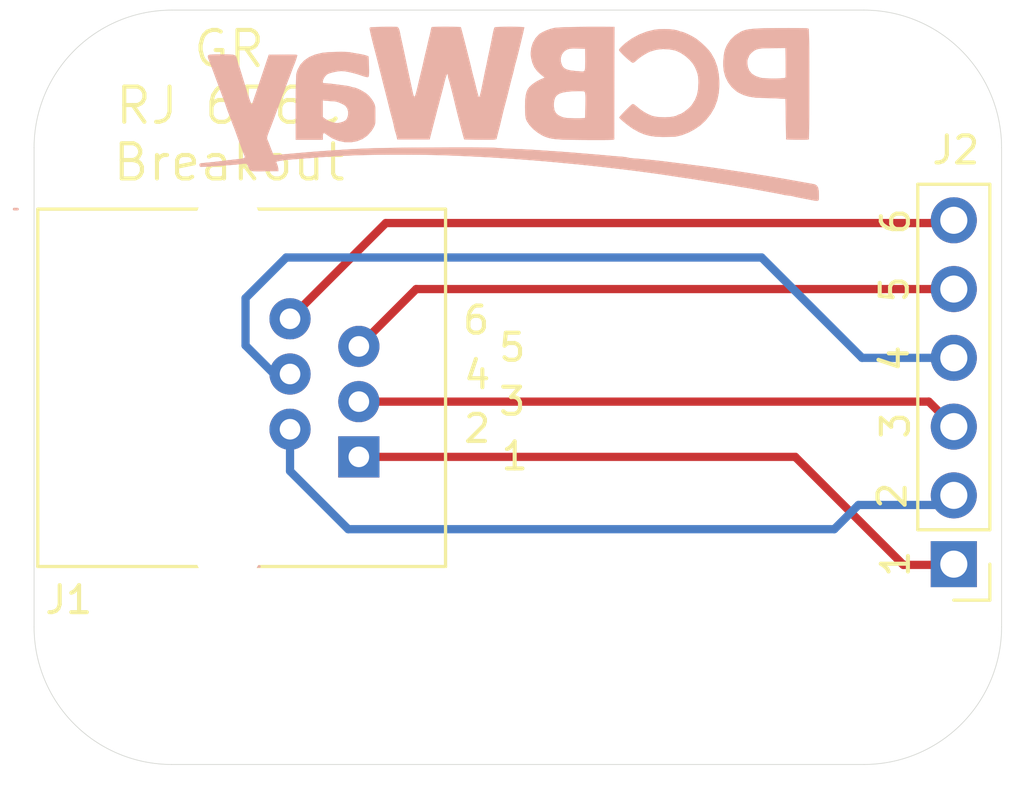
<source format=kicad_pcb>
(kicad_pcb (version 20171130) (host pcbnew "(5.1.2-1)-1")

  (general
    (thickness 1.6)
    (drawings 21)
    (tracks 21)
    (zones 0)
    (modules 3)
    (nets 8)
  )

  (page A4)
  (layers
    (0 F.Cu signal)
    (31 B.Cu signal)
    (32 B.Adhes user hide)
    (33 F.Adhes user hide)
    (34 B.Paste user hide)
    (35 F.Paste user)
    (36 B.SilkS user)
    (37 F.SilkS user)
    (38 B.Mask user hide)
    (39 F.Mask user hide)
    (40 Dwgs.User user hide)
    (41 Cmts.User user hide)
    (42 Eco1.User user hide)
    (43 Eco2.User user hide)
    (44 Edge.Cuts user)
    (45 Margin user hide)
    (46 B.CrtYd user hide)
    (47 F.CrtYd user hide)
    (48 B.Fab user hide)
    (49 F.Fab user hide)
  )

  (setup
    (last_trace_width 0.3048)
    (user_trace_width 0.2032)
    (user_trace_width 0.254)
    (user_trace_width 0.3048)
    (user_trace_width 0.4064)
    (user_trace_width 0.6096)
    (user_trace_width 1.016)
    (trace_clearance 0.2)
    (zone_clearance 0.381)
    (zone_45_only no)
    (trace_min 0.1524)
    (via_size 0.8)
    (via_drill 0.4)
    (via_min_size 0.658)
    (via_min_drill 0.3)
    (uvia_size 0.3)
    (uvia_drill 0.1)
    (uvias_allowed no)
    (uvia_min_size 0.2)
    (uvia_min_drill 0.1)
    (edge_width 0.15)
    (segment_width 0.2)
    (pcb_text_width 0.3)
    (pcb_text_size 1.5 1.5)
    (mod_edge_width 0.15)
    (mod_text_size 0.8 0.8)
    (mod_text_width 0.15)
    (pad_size 3.200001 3.200001)
    (pad_drill 3.200001)
    (pad_to_mask_clearance 0)
    (aux_axis_origin 0 0)
    (grid_origin 88.011 136.271)
    (visible_elements FFFFFF7F)
    (pcbplotparams
      (layerselection 0x010f0_ffffffff)
      (usegerberextensions false)
      (usegerberattributes false)
      (usegerberadvancedattributes false)
      (creategerberjobfile false)
      (excludeedgelayer true)
      (linewidth 0.152400)
      (plotframeref false)
      (viasonmask false)
      (mode 1)
      (useauxorigin false)
      (hpglpennumber 1)
      (hpglpenspeed 20)
      (hpglpendiameter 15.000000)
      (psnegative false)
      (psa4output false)
      (plotreference true)
      (plotvalue false)
      (plotinvisibletext false)
      (padsonsilk false)
      (subtractmaskfromsilk false)
      (outputformat 1)
      (mirror false)
      (drillshape 0)
      (scaleselection 1)
      (outputdirectory "Output/"))
  )

  (net 0 "")
  (net 1 GNDREF)
  (net 2 "Net-(J1-Pad4)")
  (net 3 "Net-(J1-Pad2)")
  (net 4 "Net-(J1-Pad3)")
  (net 5 "Net-(J1-Pad6)")
  (net 6 "Net-(J1-Pad5)")
  (net 7 "Net-(J1-Pad1)")

  (net_class Default "This is the default net class."
    (clearance 0.2)
    (trace_width 0.25)
    (via_dia 0.8)
    (via_drill 0.4)
    (uvia_dia 0.3)
    (uvia_drill 0.1)
    (add_net "Net-(J1-Pad1)")
    (add_net "Net-(J1-Pad2)")
    (add_net "Net-(J1-Pad3)")
    (add_net "Net-(J1-Pad4)")
    (add_net "Net-(J1-Pad5)")
    (add_net "Net-(J1-Pad6)")
  )

  (net_class PWR ""
    (clearance 0.254)
    (trace_width 0.508)
    (via_dia 0.8)
    (via_drill 0.4)
    (uvia_dia 0.3)
    (uvia_drill 0.1)
  )

  (net_class Signals ""
    (clearance 0.254)
    (trace_width 0.4064)
    (via_dia 0.8)
    (via_drill 0.4)
    (uvia_dia 0.3)
    (uvia_drill 0.1)
  )

  (module Connector_RJ:RJ12_Amphenol_54601 (layer B.Cu) (tedit 628589DD) (tstamp 6285D7A6)
    (at 119.0371 85.6234 90)
    (descr "RJ12 connector  https://cdn.amphenol-icc.com/media/wysiwyg/files/drawing/c-bmj-0082.pdf")
    (tags "RJ12 connector")
    (path /6285F0C5)
    (fp_text reference J1 (at -4.6609 -14.7574) (layer F.SilkS)
      (effects (font (size 1 1) (thickness 0.15)))
    )
    (fp_text value RJ_6P6C (at 3.54 -18.3 -90) (layer B.Fab)
      (effects (font (size 1 1) (thickness 0.15)) (justify mirror))
    )
    (fp_text user %R (at 3.16 -7.76 -90) (layer B.Fab)
      (effects (font (size 1 1) (thickness 0.15)) (justify mirror))
    )
    (fp_line (start -3.43 -16.77) (end -3.43 -0.52) (layer B.Fab) (width 0.1))
    (fp_line (start -3.43 1.23) (end 9.77 1.23) (layer B.Fab) (width 0.1))
    (fp_line (start 9.77 1.23) (end 9.77 -16.77) (layer B.Fab) (width 0.1))
    (fp_line (start 9.77 -16.77) (end -3.43 -16.77) (layer B.Fab) (width 0.1))
    (fp_line (start -4.04 1.73) (end 10.38 1.73) (layer B.CrtYd) (width 0.05))
    (fp_line (start 10.38 1.73) (end 10.38 -17.27) (layer B.CrtYd) (width 0.05))
    (fp_line (start 10.38 -17.27) (end -4.04 -17.27) (layer B.CrtYd) (width 0.05))
    (fp_line (start -4.04 -17.27) (end -4.04 1.73) (layer B.CrtYd) (width 0.05))
    (fp_line (start -3.43 -0.85) (end 9.77 -0.85) (layer F.SilkS) (width 0.12))
    (fp_line (start 9.77 -0.85) (end 9.77 -7.79) (layer F.SilkS) (width 0.12))
    (fp_line (start 9.77 -16.65) (end 9.77 -16.77) (layer B.SilkS) (width 0.1))
    (fp_line (start 9.77 -15.9) (end 9.77 -9.99) (layer F.SilkS) (width 0.12))
    (fp_line (start 9.77 -16.76) (end 9.77 -16.77) (layer B.SilkS) (width 0.1))
    (fp_line (start 9.77 -15.9) (end -3.43 -15.9) (layer F.SilkS) (width 0.12))
    (fp_line (start -3.43 -15.9) (end -3.43 -9.99) (layer F.SilkS) (width 0.12))
    (fp_line (start -3.43 -7.72) (end -3.43 -7.79) (layer B.SilkS) (width 0.1))
    (fp_line (start -3.43 -7.79) (end -3.43 -0.85) (layer F.SilkS) (width 0.12))
    (fp_line (start -3.43 -0.52) (end -2.93 -0.02) (layer B.Fab) (width 0.1))
    (fp_line (start -2.93 -0.02) (end -3.43 0.48) (layer B.Fab) (width 0.1))
    (fp_line (start -3.43 0.48) (end -3.43 1.23) (layer B.Fab) (width 0.1))
    (pad 1 thru_hole rect (at 0.62 -4.05 90) (size 1.52 1.52) (drill 0.76) (layers *.Cu *.Mask)
      (net 7 "Net-(J1-Pad1)"))
    (pad "" np_thru_hole circle (at -2.83 -8.89 90) (size 2.5 2.5) (drill 2.5) (layers *.Cu *.Mask))
    (pad 2 thru_hole circle (at 1.64 -6.59 90) (size 1.52 1.52) (drill 0.76) (layers *.Cu *.Mask)
      (net 3 "Net-(J1-Pad2)"))
    (pad 3 thru_hole circle (at 2.66 -4.05 90) (size 1.52 1.52) (drill 0.76) (layers *.Cu *.Mask)
      (net 4 "Net-(J1-Pad3)"))
    (pad 4 thru_hole circle (at 3.68 -6.59 90) (size 1.52 1.52) (drill 0.76) (layers *.Cu *.Mask)
      (net 2 "Net-(J1-Pad4)"))
    (pad 5 thru_hole circle (at 4.7 -4.05 90) (size 1.52 1.52) (drill 0.76) (layers *.Cu *.Mask)
      (net 6 "Net-(J1-Pad5)"))
    (pad 6 thru_hole circle (at 5.72 -6.59 90) (size 1.52 1.52) (drill 0.76) (layers *.Cu *.Mask)
      (net 5 "Net-(J1-Pad6)"))
    (pad "" np_thru_hole circle (at 9.17 -8.89 90) (size 2.5 2.5) (drill 2.5) (layers *.Cu *.Mask))
    (model ${KISYS3DMOD}/Connector_RJ.3dshapes/RJ12_Amphenol_54601.wrl
      (at (xyz 0 0 0))
      (scale (xyz 1 1 1))
      (rotate (xyz 0 0 0))
    )
  )

  (module "_Custom_Footprints:pcb way logo" locked (layer B.Cu) (tedit 0) (tstamp 601A8939)
    (at 120.5357 73.0123 180)
    (fp_text reference G*** (at 0 0) (layer B.SilkS) hide
      (effects (font (size 1.524 1.524) (thickness 0.3)) (justify mirror))
    )
    (fp_text value LOGO (at 0.75 0) (layer B.SilkS) hide
      (effects (font (size 1.524 1.524) (thickness 0.3)) (justify mirror))
    )
    (fp_poly (pts (xy -5.560911 3.803272) (xy -5.401501 3.788201) (xy -5.361481 3.782119) (xy -5.076571 3.712881)
      (xy -4.795154 3.603568) (xy -4.529552 3.460411) (xy -4.292089 3.289645) (xy -4.172403 3.180698)
      (xy -4.104182 3.111351) (xy -4.067054 3.067069) (xy -4.056004 3.037177) (xy -4.066021 3.011004)
      (xy -4.082614 2.98951) (xy -4.145914 2.918544) (xy -4.226202 2.837772) (xy -4.314442 2.755176)
      (xy -4.401595 2.678736) (xy -4.478625 2.616435) (xy -4.536493 2.576255) (xy -4.562821 2.5654)
      (xy -4.611019 2.583036) (xy -4.669978 2.627085) (xy -4.687898 2.644802) (xy -4.765385 2.713937)
      (xy -4.873187 2.793114) (xy -4.995161 2.871822) (xy -5.115163 2.939552) (xy -5.204077 2.980846)
      (xy -5.433434 3.047431) (xy -5.676004 3.074538) (xy -5.9055 3.060961) (xy -6.008013 3.043887)
      (xy -6.095873 3.026926) (xy -6.152947 3.013246) (xy -6.1595 3.01109) (xy -6.334764 2.928043)
      (xy -6.505094 2.813034) (xy -6.658737 2.676321) (xy -6.783938 2.528159) (xy -6.859486 2.4003)
      (xy -6.918748 2.264428) (xy -6.956631 2.151699) (xy -6.977719 2.041597) (xy -6.986598 1.913602)
      (xy -6.987951 1.825497) (xy -6.975849 1.585018) (xy -6.935027 1.377938) (xy -6.862071 1.193607)
      (xy -6.753568 1.021377) (xy -6.714078 0.971088) (xy -6.653022 0.907088) (xy -6.572446 0.836536)
      (xy -6.484014 0.768037) (xy -6.399391 0.710197) (xy -6.33024 0.671621) (xy -6.292974 0.6604)
      (xy -6.243816 0.646042) (xy -6.23443 0.639417) (xy -6.162525 0.601646) (xy -6.051915 0.573469)
      (xy -5.913856 0.555281) (xy -5.759604 0.547474) (xy -5.600413 0.550441) (xy -5.447539 0.564576)
      (xy -5.312237 0.59027) (xy -5.260917 0.605425) (xy -5.107137 0.671914) (xy -4.942548 0.767067)
      (xy -4.78661 0.878755) (xy -4.69571 0.957705) (xy -4.628347 1.011261) (xy -4.571856 1.036723)
      (xy -4.55601 1.037218) (xy -4.52428 1.017224) (xy -4.467719 0.968773) (xy -4.394591 0.900253)
      (xy -4.313161 0.820054) (xy -4.231693 0.736565) (xy -4.158452 0.658174) (xy -4.101702 0.59327)
      (xy -4.069709 0.550244) (xy -4.065589 0.539418) (xy -4.086112 0.510392) (xy -4.139138 0.459079)
      (xy -4.215794 0.392666) (xy -4.307208 0.31834) (xy -4.404508 0.243287) (xy -4.498819 0.174696)
      (xy -4.581271 0.119752) (xy -4.591249 0.113626) (xy -4.791482 0.003248) (xy -4.983731 -0.077389)
      (xy -5.181082 -0.131596) (xy -5.396619 -0.162684) (xy -5.64343 -0.173966) (xy -5.7277 -0.173965)
      (xy -5.862372 -0.172168) (xy -5.983352 -0.169393) (xy -6.07926 -0.165985) (xy -6.138712 -0.162287)
      (xy -6.1468 -0.161319) (xy -6.375963 -0.106574) (xy -6.613318 -0.013754) (xy -6.844756 0.109575)
      (xy -7.056167 0.255847) (xy -7.23344 0.417494) (xy -7.2406 0.425239) (xy -7.431262 0.662584)
      (xy -7.575989 0.91087) (xy -7.676975 1.175961) (xy -7.736416 1.463719) (xy -7.756507 1.78001)
      (xy -7.756496 1.8034) (xy -7.736786 2.124543) (xy -7.679727 2.414522) (xy -7.584026 2.67796)
      (xy -7.448391 2.919476) (xy -7.441557 2.929567) (xy -7.361341 3.030988) (xy -7.252021 3.147527)
      (xy -7.127068 3.266597) (xy -6.999958 3.37561) (xy -6.884164 3.461979) (xy -6.8453 3.486617)
      (xy -6.739634 3.545704) (xy -6.62761 3.602647) (xy -6.520935 3.652104) (xy -6.431316 3.688736)
      (xy -6.370457 3.7072) (xy -6.359195 3.7084) (xy -6.307149 3.719548) (xy -6.279806 3.731066)
      (xy -6.187409 3.762905) (xy -6.057033 3.786728) (xy -5.900965 3.801853) (xy -5.731495 3.807595)
      (xy -5.560911 3.803272)) (layer B.SilkS) (width 0.01))
    (fp_poly (pts (xy 2.532456 3.889832) (xy 2.657716 3.888599) (xy 2.760042 3.886628) (xy 2.830218 3.883908)
      (xy 2.859028 3.880425) (xy 2.859131 3.880335) (xy 2.870932 3.849669) (xy 2.886371 3.786168)
      (xy 2.894808 3.743361) (xy 2.914947 3.643707) (xy 2.937976 3.544555) (xy 2.944905 3.5179)
      (xy 2.967687 3.428532) (xy 2.992133 3.324997) (xy 3.000082 3.2893) (xy 3.021346 3.193811)
      (xy 3.042446 3.102438) (xy 3.0494 3.0734) (xy 3.069674 2.990274) (xy 3.093142 2.894069)
      (xy 3.098966 2.8702) (xy 3.119846 2.781561) (xy 3.144823 2.671285) (xy 3.162504 2.5908)
      (xy 3.186527 2.483626) (xy 3.217016 2.353188) (xy 3.247891 2.225449) (xy 3.251763 2.2098)
      (xy 3.279067 2.09902) (xy 3.304077 1.996127) (xy 3.322385 1.91929) (xy 3.325692 1.905)
      (xy 3.370361 1.711357) (xy 3.405943 1.562349) (xy 3.434031 1.452947) (xy 3.456219 1.378121)
      (xy 3.474099 1.332842) (xy 3.489267 1.312082) (xy 3.503315 1.31081) (xy 3.511903 1.317344)
      (xy 3.532784 1.356941) (xy 3.552951 1.423368) (xy 3.556475 1.439407) (xy 3.566748 1.489444)
      (xy 3.578581 1.54598) (xy 3.59377 1.617408) (xy 3.614111 1.712121) (xy 3.6414 1.838512)
      (xy 3.677433 2.004974) (xy 3.683288 2.032) (xy 3.72666 2.233467) (xy 3.769819 2.436234)
      (xy 3.808996 2.622505) (xy 3.836623 2.7559) (xy 3.852659 2.832388) (xy 3.876453 2.943748)
      (xy 3.904813 3.075248) (xy 3.934547 3.212156) (xy 3.962463 3.339738) (xy 3.985368 3.443262)
      (xy 3.990713 3.4671) (xy 4.010052 3.559329) (xy 4.026819 3.649305) (xy 4.028207 3.6576)
      (xy 4.055076 3.774527) (xy 4.089715 3.85244) (xy 4.129567 3.885945) (xy 4.136931 3.886841)
      (xy 4.345495 3.88905) (xy 4.54253 3.889209) (xy 4.721766 3.88747) (xy 4.876936 3.883988)
      (xy 5.001773 3.878914) (xy 5.090008 3.872402) (xy 5.135374 3.864605) (xy 5.139404 3.862356)
      (xy 5.145247 3.849252) (xy 5.146076 3.823156) (xy 5.140926 3.779807) (xy 5.128834 3.714939)
      (xy 5.108838 3.624291) (xy 5.079975 3.503597) (xy 5.04128 3.348596) (xy 4.991792 3.155022)
      (xy 4.930548 2.918613) (xy 4.898082 2.794) (xy 4.865476 2.667856) (xy 4.83542 2.549524)
      (xy 4.811568 2.453503) (xy 4.798909 2.4003) (xy 4.775787 2.303417) (xy 4.750453 2.204447)
      (xy 4.748478 2.1971) (xy 4.72461 2.105348) (xy 4.702627 2.015622) (xy 4.700529 2.0066)
      (xy 4.684254 1.939014) (xy 4.659926 1.841453) (xy 4.632337 1.733091) (xy 4.627545 1.7145)
      (xy 4.574801 1.509431) (xy 4.526752 1.320887) (xy 4.485181 1.155968) (xy 4.451871 1.021776)
      (xy 4.428604 0.925408) (xy 4.420272 0.889) (xy 4.40403 0.821688) (xy 4.378762 0.72453)
      (xy 4.349429 0.61652) (xy 4.343963 0.5969) (xy 4.313978 0.486584) (xy 4.286853 0.381281)
      (xy 4.267782 0.301257) (xy 4.265814 0.2921) (xy 4.247455 0.204485) (xy 4.230429 0.123255)
      (xy 4.228551 0.1143) (xy 4.209852 0.04085) (xy 4.19199 -0.0127) (xy 4.173206 -0.070618)
      (xy 4.153088 -0.148808) (xy 4.149453 -0.1651) (xy 4.1275 -0.2667) (xy 2.938047 -0.2667)
      (xy 2.893177 -0.0889) (xy 2.868086 0.009446) (xy 2.83473 0.138709) (xy 2.797818 0.280692)
      (xy 2.76824 0.3937) (xy 2.735111 0.520353) (xy 2.704769 0.637322) (xy 2.680656 0.731281)
      (xy 2.666575 0.7874) (xy 2.644522 0.873764) (xy 2.619149 0.967425) (xy 2.6162 0.9779)
      (xy 2.591168 1.069487) (xy 2.568004 1.159124) (xy 2.56572 1.1684) (xy 2.548617 1.235871)
      (xy 2.523171 1.333261) (xy 2.494379 1.441473) (xy 2.489262 1.4605) (xy 2.458044 1.578672)
      (xy 2.427239 1.699113) (xy 2.403136 1.797197) (xy 2.401672 1.8034) (xy 2.366409 1.941706)
      (xy 2.333436 2.049421) (xy 2.304562 2.122787) (xy 2.281593 2.158044) (xy 2.266338 2.151435)
      (xy 2.260605 2.0992) (xy 2.2606 2.096696) (xy 2.250875 2.020759) (xy 2.237845 1.976046)
      (xy 2.216552 1.912822) (xy 2.193209 1.831697) (xy 2.18914 1.8161) (xy 2.164181 1.718938)
      (xy 2.138513 1.619802) (xy 2.136715 1.6129) (xy 2.105263 1.490582) (xy 2.071717 1.357498)
      (xy 2.040364 1.230881) (xy 2.015491 1.127962) (xy 2.00715 1.0922) (xy 1.979587 0.975023)
      (xy 1.9433 0.825859) (xy 1.901119 0.655861) (xy 1.855878 0.476179) (xy 1.810407 0.297964)
      (xy 1.767539 0.132369) (xy 1.730106 -0.009457) (xy 1.700939 -0.116362) (xy 1.694299 -0.1397)
      (xy 1.657617 -0.2667) (xy 1.069491 -0.273519) (xy 0.872546 -0.275198) (xy 0.721329 -0.274957)
      (xy 0.610798 -0.27258) (xy 0.535909 -0.267853) (xy 0.491621 -0.260563) (xy 0.47289 -0.250495)
      (xy 0.471765 -0.248119) (xy 0.460509 -0.205967) (xy 0.442497 -0.134359) (xy 0.431364 -0.0889)
      (xy 0.408486 0.002528) (xy 0.386331 0.086547) (xy 0.378578 0.1143) (xy 0.363845 0.169982)
      (xy 0.341079 0.261377) (xy 0.313671 0.3747) (xy 0.291144 0.4699) (xy 0.259688 0.604058)
      (xy 0.236509 0.70208) (xy 0.218289 0.777292) (xy 0.201711 0.843018) (xy 0.183458 0.912583)
      (xy 0.160214 0.999311) (xy 0.148882 1.0414) (xy 0.117117 1.160106) (xy 0.0908 1.260746)
      (xy 0.064449 1.364659) (xy 0.032584 1.493186) (xy 0.026561 1.51765) (xy 0.001936 1.617732)
      (xy -0.023503 1.721121) (xy -0.026562 1.73355) (xy -0.062832 1.879468) (xy -0.091806 1.99217)
      (xy -0.117699 2.087917) (xy -0.126945 2.1209) (xy -0.151296 2.214274) (xy -0.175148 2.316539)
      (xy -0.179472 2.3368) (xy -0.202089 2.433961) (xy -0.230564 2.541967) (xy -0.240947 2.5781)
      (xy -0.261252 2.650877) (xy -0.288878 2.756031) (xy -0.321933 2.885733) (xy -0.35852 3.032157)
      (xy -0.396745 3.187475) (xy -0.434712 3.343858) (xy -0.470528 3.49348) (xy -0.502296 3.628511)
      (xy -0.528122 3.741125) (xy -0.546111 3.823494) (xy -0.554369 3.86779) (xy -0.554459 3.873179)
      (xy -0.523918 3.878961) (xy -0.45192 3.883555) (xy -0.347737 3.886966) (xy -0.220638 3.889198)
      (xy -0.079893 3.890258) (xy 0.065228 3.890149) (xy 0.205456 3.888878) (xy 0.33152 3.886448)
      (xy 0.434151 3.882866) (xy 0.504078 3.878137) (xy 0.53178 3.87258) (xy 0.547402 3.846288)
      (xy 0.564882 3.793606) (xy 0.585844 3.708127) (xy 0.611912 3.58344) (xy 0.634504 3.4671)
      (xy 0.654403 3.365556) (xy 0.680383 3.237027) (xy 0.708666 3.099806) (xy 0.735475 2.97219)
      (xy 0.757031 2.872473) (xy 0.760377 2.8575) (xy 0.77832 2.774039) (xy 0.799698 2.669324)
      (xy 0.812631 2.6035) (xy 0.832633 2.503627) (xy 0.852741 2.409423) (xy 0.8636 2.3622)
      (xy 0.880611 2.286843) (xy 0.901294 2.187928) (xy 0.914568 2.1209) (xy 0.934794 2.017764)
      (xy 0.955077 1.917249) (xy 0.965565 1.8669) (xy 0.982392 1.78543) (xy 1.003342 1.680704)
      (xy 1.018543 1.60292) (xy 1.040573 1.500504) (xy 1.065117 1.403678) (xy 1.081736 1.34892)
      (xy 1.101631 1.298561) (xy 1.116971 1.287401) (xy 1.133013 1.318881) (xy 1.155009 1.396442)
      (xy 1.155156 1.397) (xy 1.173674 1.466752) (xy 1.195299 1.547245) (xy 1.195882 1.5494)
      (xy 1.218315 1.636652) (xy 1.240966 1.730949) (xy 1.243013 1.7399) (xy 1.260969 1.814112)
      (xy 1.287227 1.916925) (xy 1.316569 2.027975) (xy 1.321081 2.0447) (xy 1.350151 2.155161)
      (xy 1.376501 2.260569) (xy 1.395068 2.340579) (xy 1.396944 2.3495) (xy 1.409668 2.405685)
      (xy 1.43209 2.498761) (xy 1.462353 2.621461) (xy 1.498601 2.766515) (xy 1.538978 2.926655)
      (xy 1.581626 3.094614) (xy 1.624689 3.263123) (xy 1.666311 3.424914) (xy 1.704635 3.572717)
      (xy 1.737804 3.699266) (xy 1.763962 3.797292) (xy 1.781252 3.859527) (xy 1.787604 3.878872)
      (xy 1.815362 3.882449) (xy 1.884695 3.885376) (xy 1.986389 3.887641) (xy 2.111228 3.889232)
      (xy 2.249996 3.890136) (xy 2.393477 3.89034) (xy 2.532456 3.889832)) (layer B.SilkS) (width 0.01))
    (fp_poly (pts (xy -10.126591 3.844228) (xy -9.929313 3.843139) (xy -9.735945 3.841192) (xy -9.553325 3.838394)
      (xy -9.38829 3.834755) (xy -9.247678 3.830284) (xy -9.138327 3.824989) (xy -9.1313 3.824541)
      (xy -8.956587 3.810675) (xy -8.820741 3.793302) (xy -8.711841 3.770008) (xy -8.617965 3.738376)
      (xy -8.5471 3.706161) (xy -8.339348 3.575875) (xy -8.169537 3.411834) (xy -8.037919 3.214314)
      (xy -7.972923 3.067989) (xy -7.940297 2.945556) (xy -7.917438 2.789796) (xy -7.905442 2.617438)
      (xy -7.905406 2.44521) (xy -7.918428 2.289839) (xy -7.920839 2.273633) (xy -7.978841 2.053731)
      (xy -8.078306 1.848794) (xy -8.213134 1.667826) (xy -8.377223 1.519831) (xy -8.473314 1.458208)
      (xy -8.658103 1.371987) (xy -8.859803 1.312819) (xy -9.08855 1.278442) (xy -9.331367 1.266769)
      (xy -9.489371 1.263875) (xy -9.664856 1.258708) (xy -9.831707 1.252114) (xy -9.9187 1.247719)
      (xy -10.1981 1.2319) (xy -10.2235 -0.2667) (xy -10.631411 -0.273655) (xy -10.77054 -0.27497)
      (xy -10.891505 -0.274108) (xy -10.985333 -0.271294) (xy -11.04305 -0.266751) (xy -11.056861 -0.263072)
      (xy -11.059598 -0.235523) (xy -11.062204 -0.161025) (xy -11.064646 -0.04343) (xy -11.066891 0.113411)
      (xy -11.068906 0.305646) (xy -11.070657 0.529424) (xy -11.072113 0.780894) (xy -11.073239 1.056204)
      (xy -11.074003 1.351503) (xy -11.074371 1.662939) (xy -11.0744 1.780735) (xy -11.074244 2.164842)
      (xy -11.074084 2.273478) (xy -10.206686 2.273478) (xy -10.205711 2.153396) (xy -10.203623 2.065736)
      (xy -10.200501 2.018535) (xy -10.19943 2.013607) (xy -10.170509 2.001425) (xy -10.100654 1.991956)
      (xy -9.999658 1.985252) (xy -9.87732 1.981367) (xy -9.743433 1.980352) (xy -9.607793 1.98226)
      (xy -9.480196 1.987143) (xy -9.370437 1.995054) (xy -9.288312 2.006046) (xy -9.275898 2.008657)
      (xy -9.094353 2.069302) (xy -8.955111 2.157988) (xy -8.857953 2.274965) (xy -8.802659 2.420484)
      (xy -8.7884 2.56289) (xy -8.792343 2.646367) (xy -8.802568 2.7078) (xy -8.8138 2.7305)
      (xy -8.835581 2.766536) (xy -8.8392 2.792544) (xy -8.857061 2.834911) (xy -8.902809 2.893041)
      (xy -8.940235 2.930168) (xy -9.005333 2.985814) (xy -9.066813 3.028095) (xy -9.133035 3.058917)
      (xy -9.21236 3.080186) (xy -9.313151 3.093808) (xy -9.443767 3.101691) (xy -9.612571 3.105741)
      (xy -9.7155 3.106939) (xy -10.1981 3.1115) (xy -10.204983 2.578757) (xy -10.20647 2.417944)
      (xy -10.206686 2.273478) (xy -11.074084 2.273478) (xy -11.073747 2.500914) (xy -11.072867 2.791711)
      (xy -11.071559 3.039997) (xy -11.069782 3.248535) (xy -11.067493 3.420088) (xy -11.064649 3.557417)
      (xy -11.061207 3.663286) (xy -11.057123 3.740457) (xy -11.052356 3.791693) (xy -11.046863 3.819757)
      (xy -11.04265 3.827039) (xy -11.009458 3.832215) (xy -10.932311 3.83647) (xy -10.818049 3.839811)
      (xy -10.673508 3.842249) (xy -10.505526 3.843791) (xy -10.320941 3.844448) (xy -10.126591 3.844228)) (layer B.SilkS) (width 0.01))
    (fp_poly (pts (xy -2.826161 3.888604) (xy -2.547899 3.885702) (xy -2.298297 3.881231) (xy -2.081536 3.875271)
      (xy -1.901796 3.867901) (xy -1.76326 3.859201) (xy -1.670106 3.849252) (xy -1.652043 3.846118)
      (xy -1.511814 3.809359) (xy -1.36666 3.756716) (xy -1.233173 3.695249) (xy -1.127946 3.632021)
      (xy -1.102665 3.612326) (xy -0.971639 3.468909) (xy -0.874304 3.295237) (xy -0.814414 3.102098)
      (xy -0.795727 2.90028) (xy -0.808041 2.766075) (xy -0.85569 2.566701) (xy -0.928239 2.401811)
      (xy -1.03359 2.258017) (xy -1.179645 2.121929) (xy -1.19592 2.108919) (xy -1.314522 2.015169)
      (xy -1.149826 1.94342) (xy -0.999404 1.865906) (xy -0.86345 1.773398) (xy -0.754307 1.675281)
      (xy -0.692679 1.595897) (xy -0.643674 1.485989) (xy -0.610219 1.343592) (xy -0.591599 1.163695)
      (xy -0.587101 0.94129) (xy -0.588446 0.8636) (xy -0.592987 0.719002) (xy -0.59942 0.614043)
      (xy -0.609397 0.537564) (xy -0.624572 0.478406) (xy -0.646597 0.425408) (xy -0.656151 0.4064)
      (xy -0.753876 0.260044) (xy -0.889112 0.116632) (xy -1.049198 -0.012941) (xy -1.221469 -0.117778)
      (xy -1.31437 -0.159979) (xy -1.391698 -0.188515) (xy -1.470346 -0.212198) (xy -1.55594 -0.231518)
      (xy -1.654109 -0.246962) (xy -1.770477 -0.259017) (xy -1.910673 -0.268171) (xy -2.080323 -0.274912)
      (xy -2.285053 -0.279728) (xy -2.530491 -0.283105) (xy -2.757815 -0.285084) (xy -2.977534 -0.286331)
      (xy -3.18365 -0.286837) (xy -3.370072 -0.286637) (xy -3.530713 -0.285766) (xy -3.659482 -0.284259)
      (xy -3.750292 -0.28215) (xy -3.797052 -0.279474) (xy -3.799215 -0.279151) (xy -3.8735 -0.266203)
      (xy -3.878041 1.184547) (xy -2.818582 1.184547) (xy -2.817073 1.021154) (xy -2.816858 1.00502)
      (xy -2.814295 0.856885) (xy -2.810974 0.726325) (xy -2.807198 0.621829) (xy -2.803269 0.551884)
      (xy -2.7998 0.525388) (xy -2.771866 0.518289) (xy -2.702553 0.512947) (xy -2.601262 0.509762)
      (xy -2.477397 0.509135) (xy -2.429524 0.509607) (xy -2.265057 0.513623) (xy -2.14102 0.521235)
      (xy -2.047109 0.533535) (xy -1.973015 0.551613) (xy -1.9466 0.560712) (xy -1.812717 0.625543)
      (xy -1.721436 0.707944) (xy -1.66763 0.815751) (xy -1.646173 0.956802) (xy -1.64544 1.021055)
      (xy -1.656934 1.158) (xy -1.689294 1.267668) (xy -1.747132 1.353053) (xy -1.835059 1.417148)
      (xy -1.957686 1.462946) (xy -2.119625 1.493441) (xy -2.325487 1.511627) (xy -2.407225 1.515575)
      (xy -2.557358 1.520242) (xy -2.663947 1.519852) (xy -2.734033 1.51405) (xy -2.774655 1.502482)
      (xy -2.783707 1.496603) (xy -2.797929 1.477928) (xy -2.808051 1.444461) (xy -2.814549 1.389125)
      (xy -2.8179 1.304845) (xy -2.818582 1.184547) (xy -3.878041 1.184547) (xy -3.879999 1.809999)
      (xy -3.88244 2.590112) (xy -2.813181 2.590112) (xy -2.810644 2.467993) (xy -2.805187 2.370719)
      (xy -2.797283 2.309616) (xy -2.79461 2.300304) (xy -2.783084 2.271876) (xy -2.768266 2.252865)
      (xy -2.741647 2.242352) (xy -2.694719 2.239416) (xy -2.618975 2.243138) (xy -2.505906 2.252598)
      (xy -2.422709 2.260096) (xy -2.259121 2.280214) (xy -2.137508 2.309326) (xy -2.049305 2.351297)
      (xy -1.985948 2.409991) (xy -1.945487 2.475399) (xy -1.902792 2.61068) (xy -1.902858 2.746357)
      (xy -1.942613 2.871848) (xy -2.018982 2.976572) (xy -2.109711 3.041016) (xy -2.165453 3.066011)
      (xy -2.221264 3.081986) (xy -2.289857 3.090538) (xy -2.383946 3.093267) (xy -2.513896 3.091816)
      (xy -2.805291 3.0861) (xy -2.812327 2.725754) (xy -2.813181 2.590112) (xy -3.88244 2.590112)
      (xy -3.886497 3.8862) (xy -3.791099 3.887089) (xy -3.451942 3.889377) (xy -3.128903 3.889855)
      (xy -2.826161 3.888604)) (layer B.SilkS) (width 0.01))
    (fp_poly (pts (xy 6.374051 2.963366) (xy 6.534973 2.958054) (xy 6.687105 2.949813) (xy 6.818563 2.938907)
      (xy 6.9088 2.927132) (xy 7.166464 2.864128) (xy 7.386143 2.769718) (xy 7.56685 2.644696)
      (xy 7.707601 2.489858) (xy 7.807409 2.305998) (xy 7.85082 2.167245) (xy 7.856694 2.116434)
      (xy 7.861997 2.019777) (xy 7.866681 1.882223) (xy 7.870695 1.708723) (xy 7.873989 1.504228)
      (xy 7.876515 1.273689) (xy 7.878221 1.022055) (xy 7.879059 0.754277) (xy 7.878978 0.475307)
      (xy 7.877928 0.190094) (xy 7.87586 -0.096411) (xy 7.874744 -0.20955) (xy 7.874 -0.2794)
      (xy 6.8834 -0.2794) (xy 6.881614 -0.18415) (xy 6.875988 -0.087279) (xy 6.859568 -0.037279)
      (xy 6.826213 -0.030437) (xy 6.769778 -0.063037) (xy 6.730917 -0.093022) (xy 6.528512 -0.224926)
      (xy 6.305413 -0.316199) (xy 6.070831 -0.364866) (xy 5.833973 -0.368954) (xy 5.620289 -0.331176)
      (xy 5.41391 -0.248277) (xy 5.235986 -0.123391) (xy 5.087186 0.042941) (xy 5.014508 0.158159)
      (xy 4.984619 0.214355) (xy 4.964065 0.263604) (xy 4.951101 0.317165) (xy 4.943982 0.386294)
      (xy 4.940965 0.482249) (xy 4.940303 0.616287) (xy 4.9403 0.637007) (xy 4.940719 0.754567)
      (xy 5.939747 0.754567) (xy 5.945868 0.621594) (xy 5.949934 0.60325) (xy 5.985283 0.499964)
      (xy 6.038919 0.43254) (xy 6.124436 0.386614) (xy 6.169343 0.371435) (xy 6.275488 0.343441)
      (xy 6.362466 0.335245) (xy 6.453554 0.346858) (xy 6.54929 0.371648) (xy 6.64924 0.40918)
      (xy 6.745627 0.459168) (xy 6.78815 0.488082) (xy 6.8834 0.563069) (xy 6.8834 1.175704)
      (xy 6.67385 1.156668) (xy 6.571854 1.147871) (xy 6.486772 1.141384) (xy 6.433388 1.138311)
      (xy 6.4262 1.138211) (xy 6.363068 1.126765) (xy 6.274708 1.096245) (xy 6.179029 1.054403)
      (xy 6.093942 1.008994) (xy 6.041338 0.971591) (xy 5.972709 0.875821) (xy 5.939747 0.754567)
      (xy 4.940719 0.754567) (xy 4.940799 0.776953) (xy 4.943465 0.877469) (xy 4.950044 0.949922)
      (xy 4.962286 1.00568) (xy 4.98194 1.056111) (xy 5.010753 1.112582) (xy 5.014534 1.119607)
      (xy 5.077448 1.217687) (xy 5.1574 1.318344) (xy 5.205034 1.368558) (xy 5.285856 1.433962)
      (xy 5.389578 1.501342) (xy 5.502645 1.563625) (xy 5.6115 1.613736) (xy 5.702589 1.644604)
      (xy 5.746355 1.651) (xy 5.803451 1.659476) (xy 5.83057 1.67261) (xy 5.865458 1.685566)
      (xy 5.937495 1.701337) (xy 6.033337 1.717163) (xy 6.0706 1.722278) (xy 6.205962 1.739909)
      (xy 6.35533 1.759424) (xy 6.486908 1.776669) (xy 6.4897 1.777036) (xy 6.600417 1.789978)
      (xy 6.704469 1.799414) (xy 6.781362 1.803521) (xy 6.78815 1.803568) (xy 6.851035 1.807548)
      (xy 6.877931 1.826093) (xy 6.8834 1.865449) (xy 6.863629 1.950347) (xy 6.812914 2.041152)
      (xy 6.744146 2.118098) (xy 6.697419 2.150531) (xy 6.612845 2.183516) (xy 6.497012 2.21509)
      (xy 6.369385 2.241073) (xy 6.249429 2.257284) (xy 6.184899 2.2606) (xy 6.081305 2.252234)
      (xy 5.945471 2.229454) (xy 5.792701 2.195742) (xy 5.6383 2.154581) (xy 5.497572 2.109451)
      (xy 5.461 2.095925) (xy 5.373424 2.066142) (xy 5.290712 2.044044) (xy 5.267809 2.039656)
      (xy 5.216272 2.035367) (xy 5.191528 2.052825) (xy 5.179982 2.104872) (xy 5.177551 2.124899)
      (xy 5.174134 2.190438) (xy 5.173761 2.291548) (xy 5.176326 2.413097) (xy 5.180242 2.511177)
      (xy 5.1943 2.799853) (xy 5.2832 2.832329) (xy 5.353341 2.852546) (xy 5.452663 2.874639)
      (xy 5.559974 2.893905) (xy 5.5626 2.894313) (xy 5.677861 2.913091) (xy 5.793439 2.93341)
      (xy 5.8801 2.950033) (xy 5.957361 2.959082) (xy 6.073362 2.964145) (xy 6.216219 2.965484)
      (xy 6.374051 2.963366)) (layer B.SilkS) (width 0.01))
    (fp_poly (pts (xy 10.941751 2.86953) (xy 11.034044 2.863302) (xy 11.090937 2.848355) (xy 11.117548 2.821094)
      (xy 11.118996 2.777928) (xy 11.1004 2.715261) (xy 11.06688 2.629502) (xy 11.046612 2.5781)
      (xy 11.003013 2.464628) (xy 10.960072 2.350996) (xy 10.926076 2.259161) (xy 10.922 2.2479)
      (xy 10.890423 2.161388) (xy 10.849025 2.049481) (xy 10.805991 1.934288) (xy 10.799753 1.9177)
      (xy 10.752167 1.790368) (xy 10.700245 1.650019) (xy 10.655045 1.526542) (xy 10.654122 1.524)
      (xy 10.616622 1.421965) (xy 10.581593 1.328856) (xy 10.555917 1.262934) (xy 10.553619 1.2573)
      (xy 10.530664 1.197148) (xy 10.498007 1.106187) (xy 10.461877 1.001846) (xy 10.453769 0.9779)
      (xy 10.416205 0.867189) (xy 10.388152 0.787235) (xy 10.363191 0.720559) (xy 10.3349 0.649682)
      (xy 10.318485 0.6096) (xy 10.294763 0.548093) (xy 10.263994 0.46356) (xy 10.248367 0.4191)
      (xy 10.216029 0.328884) (xy 10.184411 0.245514) (xy 10.172459 0.2159) (xy 10.13949 0.133185)
      (xy 10.113576 0.0635) (xy 10.060957 -0.083985) (xy 10.005294 -0.238058) (xy 9.949596 -0.3906)
      (xy 9.896869 -0.533493) (xy 9.850123 -0.658618) (xy 9.812364 -0.757855) (xy 9.786601 -0.823087)
      (xy 9.777295 -0.844205) (xy 9.754822 -0.894763) (xy 9.754404 -0.931413) (xy 9.782027 -0.957549)
      (xy 9.843676 -0.976565) (xy 9.945338 -0.991853) (xy 10.0584 -1.003577) (xy 10.154068 -1.013432)
      (xy 10.28116 -1.027601) (xy 10.420715 -1.043932) (xy 10.5156 -1.055489) (xy 10.689517 -1.076871)
      (xy 10.82766 -1.093239) (xy 10.944623 -1.106176) (xy 11.055002 -1.117266) (xy 11.173393 -1.12809)
      (xy 11.233149 -1.133294) (xy 11.332288 -1.142985) (xy 11.391112 -1.153508) (xy 11.420014 -1.168775)
      (xy 11.429385 -1.1927) (xy 11.429999 -1.207411) (xy 11.415964 -1.258174) (xy 11.394359 -1.278241)
      (xy 11.36101 -1.279792) (xy 11.2848 -1.277645) (xy 11.173489 -1.272337) (xy 11.03484 -1.264408)
      (xy 10.876613 -1.254396) (xy 10.706569 -1.24284) (xy 10.532471 -1.230279) (xy 10.36208 -1.217251)
      (xy 10.203156 -1.204296) (xy 10.063462 -1.191951) (xy 9.950758 -1.180756) (xy 9.8933 -1.174049)
      (xy 9.80487 -1.164727) (xy 9.733206 -1.160864) (xy 9.701121 -1.162365) (xy 9.670543 -1.189154)
      (xy 9.635625 -1.249055) (xy 9.616279 -1.295641) (xy 9.597266 -1.345398) (xy 9.576233 -1.383223)
      (xy 9.546533 -1.410619) (xy 9.501522 -1.429087) (xy 9.434553 -1.440129) (xy 9.338983 -1.445248)
      (xy 9.208164 -1.445945) (xy 9.035453 -1.443723) (xy 8.9662 -1.442572) (xy 8.5217 -1.4351)
      (xy 8.526639 -1.345472) (xy 8.541657 -1.259388) (xy 8.569789 -1.182194) (xy 8.59313 -1.126869)
      (xy 8.597948 -1.092496) (xy 8.597406 -1.091402) (xy 8.566632 -1.078136) (xy 8.494993 -1.062243)
      (xy 8.392259 -1.045187) (xy 8.268202 -1.028429) (xy 8.132591 -1.013435) (xy 8.001 -1.002085)
      (xy 7.880738 -0.993106) (xy 7.732557 -0.981733) (xy 7.579169 -0.969721) (xy 7.493 -0.96285)
      (xy 7.010429 -0.925824) (xy 6.563164 -0.89557) (xy 6.138348 -0.871582) (xy 5.723121 -0.853352)
      (xy 5.304626 -0.840373) (xy 4.870005 -0.832137) (xy 4.406399 -0.828138) (xy 4.064 -0.827582)
      (xy 3.70564 -0.828459) (xy 3.376837 -0.830693) (xy 3.068014 -0.834549) (xy 2.769592 -0.840297)
      (xy 2.471992 -0.848203) (xy 2.165636 -0.858535) (xy 1.840947 -0.871562) (xy 1.488346 -0.88755)
      (xy 1.098255 -0.906768) (xy 0.9398 -0.91489) (xy 0.623408 -0.932526) (xy 0.274421 -0.954221)
      (xy -0.095155 -0.979089) (xy -0.473314 -1.006244) (xy -0.84805 -1.034797) (xy -1.207356 -1.063862)
      (xy -1.539228 -1.092553) (xy -1.8161 -1.118453) (xy -1.964562 -1.132806) (xy -2.127038 -1.148199)
      (xy -2.277416 -1.16217) (xy -2.3368 -1.167572) (xy -2.514025 -1.184428) (xy -2.732042 -1.206598)
      (xy -2.981247 -1.232996) (xy -3.252037 -1.262535) (xy -3.534808 -1.294128) (xy -3.819957 -1.326689)
      (xy -4.097881 -1.35913) (xy -4.358976 -1.390366) (xy -4.593638 -1.419309) (xy -4.792265 -1.444872)
      (xy -4.81965 -1.448522) (xy -4.948405 -1.465751) (xy -5.091174 -1.484818) (xy -5.18795 -1.49772)
      (xy -5.472592 -1.536675) (xy -5.742159 -1.575588) (xy -5.8928 -1.598426) (xy -6.103288 -1.630921)
      (xy -6.273467 -1.656851) (xy -6.413186 -1.677699) (xy -6.532297 -1.694942) (xy -6.5786 -1.701473)
      (xy -6.700755 -1.719395) (xy -6.834931 -1.740296) (xy -6.9088 -1.752401) (xy -7.02736 -1.771951)
      (xy -7.154652 -1.792293) (xy -7.2263 -1.8034) (xy -7.344215 -1.821722) (xy -7.472588 -1.842243)
      (xy -7.5311 -1.851822) (xy -7.625804 -1.867225) (xy -7.749763 -1.886994) (xy -7.882022 -1.907799)
      (xy -7.9375 -1.91643) (xy -8.076352 -1.938647) (xy -8.225299 -1.963595) (xy -8.358626 -1.986937)
      (xy -8.396499 -1.99386) (xy -8.503232 -2.013103) (xy -8.599587 -2.029466) (xy -8.667548 -2.03991)
      (xy -8.675899 -2.040991) (xy -8.713272 -2.046171) (xy -8.766917 -2.054833) (xy -8.843103 -2.068099)
      (xy -8.948101 -2.087093) (xy -9.088178 -2.112939) (xy -9.269605 -2.146759) (xy -9.3472 -2.161281)
      (xy -9.460378 -2.182322) (xy -9.582291 -2.20476) (xy -9.6266 -2.212846) (xy -9.78495 -2.241744)
      (xy -9.902302 -2.263488) (xy -9.987668 -2.279849) (xy -10.050061 -2.292596) (xy -10.098493 -2.3035)
      (xy -10.137547 -2.313188) (xy -10.222708 -2.329583) (xy -10.302451 -2.336785) (xy -10.305207 -2.3368)
      (xy -10.389259 -2.344859) (xy -10.45466 -2.359459) (xy -10.522408 -2.377393) (xy -10.614094 -2.398167)
      (xy -10.668 -2.409133) (xy -10.754195 -2.425812) (xy -10.871623 -2.448549) (xy -11.001646 -2.473736)
      (xy -11.075636 -2.488073) (xy -11.215799 -2.515642) (xy -11.31334 -2.532315) (xy -11.375922 -2.534407)
      (xy -11.411207 -2.518235) (xy -11.426859 -2.480114) (xy -11.430538 -2.41636) (xy -11.429913 -2.32329)
      (xy -11.429906 -2.31775) (xy -11.422505 -2.162627) (xy -11.398697 -2.050643) (xy -11.35584 -1.976033)
      (xy -11.291294 -1.933037) (xy -11.248185 -1.921243) (xy -11.173025 -1.907653) (xy -11.076152 -1.890428)
      (xy -11.0236 -1.881187) (xy -10.912621 -1.861549) (xy -10.790409 -1.839613) (xy -10.73785 -1.830069)
      (xy -10.519036 -1.79046) (xy -10.293835 -1.750321) (xy -10.07161 -1.711273) (xy -9.861723 -1.674935)
      (xy -9.673534 -1.642929) (xy -9.516406 -1.616876) (xy -9.399701 -1.598394) (xy -9.398 -1.598137)
      (xy -9.279182 -1.579733) (xy -9.151668 -1.559339) (xy -9.0805 -1.547618) (xy -8.848233 -1.510123)
      (xy -8.590469 -1.470995) (xy -8.4328 -1.448164) (xy -8.310512 -1.430283) (xy -8.176216 -1.409896)
      (xy -8.1026 -1.398354) (xy -7.984204 -1.379923) (xy -7.850051 -1.359726) (xy -7.7597 -1.346534)
      (xy -7.63307 -1.328344) (xy -7.493061 -1.308145) (xy -7.4041 -1.295261) (xy -7.2849 -1.27858)
      (xy -7.146108 -1.260064) (xy -7.0231 -1.244389) (xy -6.891528 -1.227993) (xy -6.7471 -1.209736)
      (xy -6.6294 -1.194644) (xy -6.504381 -1.178577) (xy -6.360295 -1.160258) (xy -6.22935 -1.143779)
      (xy -6.092834 -1.126668) (xy -5.94003 -1.107434) (xy -5.81025 -1.091028) (xy -5.611587 -1.066931)
      (xy -5.399058 -1.043047) (xy -5.18541 -1.020659) (xy -4.983395 -1.001055) (xy -4.805763 -0.985521)
      (xy -4.665262 -0.975343) (xy -4.6609 -0.975084) (xy -4.552447 -0.966681) (xy -4.458922 -0.955795)
      (xy -4.395258 -0.944304) (xy -4.3815 -0.939959) (xy -4.333971 -0.928502) (xy -4.250626 -0.916483)
      (xy -4.146384 -0.905899) (xy -4.1021 -0.90251) (xy -3.967084 -0.892391) (xy -3.809864 -0.879425)
      (xy -3.658769 -0.865973) (xy -3.6195 -0.862256) (xy -3.485673 -0.849858) (xy -3.324313 -0.835644)
      (xy -3.158541 -0.821621) (xy -3.048 -0.812655) (xy -2.887342 -0.799751) (xy -2.708169 -0.785069)
      (xy -2.53639 -0.770746) (xy -2.4384 -0.762418) (xy -2.303186 -0.751343) (xy -2.136186 -0.73848)
      (xy -1.956314 -0.725246) (xy -1.782484 -0.713054) (xy -1.7399 -0.710182) (xy -1.564178 -0.698399)
      (xy -1.371013 -0.685368) (xy -1.181737 -0.672531) (xy -1.017682 -0.661333) (xy -0.9906 -0.659474)
      (xy -0.831218 -0.649552) (xy -0.643355 -0.639458) (xy -0.449316 -0.63031) (xy -0.271404 -0.623222)
      (xy -0.254 -0.622624) (xy -0.082693 -0.615607) (xy 0.103789 -0.605934) (xy 0.284472 -0.594807)
      (xy 0.438378 -0.583429) (xy 0.4572 -0.581832) (xy 0.558902 -0.575794) (xy 0.711224 -0.570909)
      (xy 0.913997 -0.567179) (xy 1.167054 -0.564605) (xy 1.470227 -0.563187) (xy 1.823348 -0.562927)
      (xy 2.226249 -0.563826) (xy 2.678763 -0.565884) (xy 2.8194 -0.566699) (xy 3.244497 -0.569491)
      (xy 3.624182 -0.572519) (xy 3.963842 -0.575927) (xy 4.268864 -0.579858) (xy 4.544637 -0.584457)
      (xy 4.796546 -0.589867) (xy 5.029981 -0.596232) (xy 5.250328 -0.603696) (xy 5.462974 -0.612402)
      (xy 5.673308 -0.622495) (xy 5.886716 -0.634118) (xy 6.108586 -0.647415) (xy 6.2992 -0.659576)
      (xy 6.544222 -0.675725) (xy 6.760931 -0.690472) (xy 6.959533 -0.704625) (xy 7.150233 -0.718991)
      (xy 7.343241 -0.734378) (xy 7.548761 -0.751594) (xy 7.777001 -0.771447) (xy 8.038167 -0.794743)
      (xy 8.255 -0.814346) (xy 8.412969 -0.828557) (xy 8.527733 -0.838136) (xy 8.606675 -0.843058)
      (xy 8.65718 -0.843297) (xy 8.686633 -0.83883) (xy 8.702418 -0.829631) (xy 8.711919 -0.815675)
      (xy 8.713456 -0.8128) (xy 8.731032 -0.772796) (xy 8.760765 -0.698334) (xy 8.797412 -0.602683)
      (xy 8.813821 -0.5588) (xy 8.852285 -0.457189) (xy 8.886587 -0.370198) (xy 8.911262 -0.311548)
      (xy 8.917372 -0.298794) (xy 8.933576 -0.262712) (xy 8.940378 -0.225145) (xy 8.935878 -0.177617)
      (xy 8.918179 -0.111648) (xy 8.885381 -0.018762) (xy 8.835587 0.109521) (xy 8.813494 0.1651)
      (xy 8.78775 0.231507) (xy 8.748976 0.333767) (xy 8.701601 0.460031) (xy 8.650052 0.598447)
      (xy 8.598756 0.737162) (xy 8.552143 0.864327) (xy 8.547783 0.8763) (xy 8.512579 0.972337)
      (xy 8.46743 1.094461) (xy 8.415499 1.234222) (xy 8.359952 1.38317) (xy 8.303953 1.532857)
      (xy 8.250667 1.674831) (xy 8.203258 1.800644) (xy 8.164892 1.901845) (xy 8.138732 1.969985)
      (xy 8.129203 1.9939) (xy 8.10913 2.044316) (xy 8.079028 2.123562) (xy 8.0518 2.1971)
      (xy 8.010221 2.310243) (xy 7.980629 2.389119) (xy 7.957808 2.447263) (xy 7.936543 2.49821)
      (xy 7.929477 2.5146) (xy 7.902851 2.582545) (xy 7.873575 2.666703) (xy 7.847018 2.750326)
      (xy 7.828547 2.816664) (xy 7.8232 2.846203) (xy 7.848086 2.854948) (xy 7.92081 2.861165)
      (xy 8.038467 2.864755) (xy 8.19815 2.865617) (xy 8.347393 2.864366) (xy 8.871586 2.8575)
      (xy 9.118463 2.1209) (xy 9.180564 1.935835) (xy 9.237928 1.76532) (xy 9.288441 1.615596)
      (xy 9.329995 1.492905) (xy 9.360477 1.403488) (xy 9.377777 1.353585) (xy 9.380488 1.3462)
      (xy 9.396405 1.301406) (xy 9.420854 1.227703) (xy 9.437968 1.174365) (xy 9.464605 1.098384)
      (xy 9.488255 1.044701) (xy 9.499426 1.028808) (xy 9.51083 1.033261) (xy 9.527373 1.060235)
      (xy 9.550191 1.113073) (xy 9.580419 1.195115) (xy 9.619192 1.309702) (xy 9.667646 1.460177)
      (xy 9.726917 1.64988) (xy 9.798139 1.882153) (xy 9.87054 2.1209) (xy 9.907529 2.242238)
      (xy 9.940803 2.349402) (xy 9.966793 2.431025) (xy 9.981929 2.475741) (xy 9.982219 2.4765)
      (xy 10.001098 2.531929) (xy 10.025215 2.610725) (xy 10.034115 2.6416) (xy 10.055404 2.717587)
      (xy 10.075167 2.774588) (xy 10.100501 2.815326) (xy 10.138501 2.84252) (xy 10.196264 2.858889)
      (xy 10.280884 2.867154) (xy 10.399458 2.870035) (xy 10.559082 2.870251) (xy 10.630485 2.8702)
      (xy 10.808938 2.870632) (xy 10.941751 2.86953)) (layer B.SilkS) (width 0.01))
  )

  (module Connector_PinHeader_2.54mm:PinHeader_1x06_P2.54mm_Vertical (layer F.Cu) (tedit 59FED5CC) (tstamp 628563B5)
    (at 136.94664 88.96604 180)
    (descr "Through hole straight pin header, 1x06, 2.54mm pitch, single row")
    (tags "Through hole pin header THT 1x06 2.54mm single row")
    (path /6285FDDA)
    (fp_text reference J2 (at -0.0762 15.2908) (layer F.SilkS)
      (effects (font (size 1 1) (thickness 0.15)))
    )
    (fp_text value Conn_01x06 (at 0 15.03) (layer F.Fab)
      (effects (font (size 1 1) (thickness 0.15)))
    )
    (fp_line (start -0.635 -1.27) (end 1.27 -1.27) (layer F.Fab) (width 0.1))
    (fp_line (start 1.27 -1.27) (end 1.27 13.97) (layer F.Fab) (width 0.1))
    (fp_line (start 1.27 13.97) (end -1.27 13.97) (layer F.Fab) (width 0.1))
    (fp_line (start -1.27 13.97) (end -1.27 -0.635) (layer F.Fab) (width 0.1))
    (fp_line (start -1.27 -0.635) (end -0.635 -1.27) (layer F.Fab) (width 0.1))
    (fp_line (start -1.33 14.03) (end 1.33 14.03) (layer F.SilkS) (width 0.12))
    (fp_line (start -1.33 1.27) (end -1.33 14.03) (layer F.SilkS) (width 0.12))
    (fp_line (start 1.33 1.27) (end 1.33 14.03) (layer F.SilkS) (width 0.12))
    (fp_line (start -1.33 1.27) (end 1.33 1.27) (layer F.SilkS) (width 0.12))
    (fp_line (start -1.33 0) (end -1.33 -1.33) (layer F.SilkS) (width 0.12))
    (fp_line (start -1.33 -1.33) (end 0 -1.33) (layer F.SilkS) (width 0.12))
    (fp_line (start -1.8 -1.8) (end -1.8 14.5) (layer F.CrtYd) (width 0.05))
    (fp_line (start -1.8 14.5) (end 1.8 14.5) (layer F.CrtYd) (width 0.05))
    (fp_line (start 1.8 14.5) (end 1.8 -1.8) (layer F.CrtYd) (width 0.05))
    (fp_line (start 1.8 -1.8) (end -1.8 -1.8) (layer F.CrtYd) (width 0.05))
    (fp_text user %R (at 0 6.35 90) (layer F.Fab)
      (effects (font (size 1 1) (thickness 0.15)))
    )
    (pad 1 thru_hole rect (at 0 0 180) (size 1.7 1.7) (drill 1) (layers *.Cu *.Mask)
      (net 7 "Net-(J1-Pad1)"))
    (pad 2 thru_hole oval (at 0 2.54 180) (size 1.7 1.7) (drill 1) (layers *.Cu *.Mask)
      (net 3 "Net-(J1-Pad2)"))
    (pad 3 thru_hole oval (at 0 5.08 180) (size 1.7 1.7) (drill 1) (layers *.Cu *.Mask)
      (net 4 "Net-(J1-Pad3)"))
    (pad 4 thru_hole oval (at 0 7.62 180) (size 1.7 1.7) (drill 1) (layers *.Cu *.Mask)
      (net 2 "Net-(J1-Pad4)"))
    (pad 5 thru_hole oval (at 0 10.16 180) (size 1.7 1.7) (drill 1) (layers *.Cu *.Mask)
      (net 6 "Net-(J1-Pad5)"))
    (pad 6 thru_hole oval (at 0 12.7 180) (size 1.7 1.7) (drill 1) (layers *.Cu *.Mask)
      (net 5 "Net-(J1-Pad6)"))
    (model ${KISYS3DMOD}/Connector_PinHeader_2.54mm.3dshapes/PinHeader_1x06_P2.54mm_Vertical.wrl
      (at (xyz 0 0 0))
      (scale (xyz 1 1 1))
      (rotate (xyz 0 0 0))
    )
  )

  (gr_text 6 (at 119.3165 79.9592) (layer F.SilkS) (tstamp 62857CFF)
    (effects (font (size 1 1) (thickness 0.15)))
  )
  (gr_text 5 (at 120.65 80.9625) (layer F.SilkS) (tstamp 62857CF9)
    (effects (font (size 1 1) (thickness 0.15)))
  )
  (gr_text 4 (at 119.3546 81.9785) (layer F.SilkS) (tstamp 62857CF3)
    (effects (font (size 1 1) (thickness 0.15)))
  )
  (gr_text 3 (at 120.65 82.9564) (layer F.SilkS) (tstamp 62857CED)
    (effects (font (size 1 1) (thickness 0.15)))
  )
  (gr_text 2 (at 119.3546 83.9597) (layer F.SilkS) (tstamp 62857CE7)
    (effects (font (size 1 1) (thickness 0.15)))
  )
  (gr_text 1 (at 120.7389 84.9757) (layer F.SilkS) (tstamp 62857CE1)
    (effects (font (size 1 1) (thickness 0.15)))
  )
  (gr_text 6 (at 134.7978 76.30668 90) (layer F.SilkS) (tstamp 62857CDD)
    (effects (font (size 1 1) (thickness 0.15)))
  )
  (gr_text 5 (at 134.75716 78.8162 90) (layer F.SilkS) (tstamp 62857CDA)
    (effects (font (size 1 1) (thickness 0.15)))
  )
  (gr_text 4 (at 134.75716 81.37144 90) (layer F.SilkS) (tstamp 62857CD7)
    (effects (font (size 1 1) (thickness 0.15)))
  )
  (gr_text 3 (at 134.7978 83.8454 90) (layer F.SilkS) (tstamp 62857CD4)
    (effects (font (size 1 1) (thickness 0.15)))
  )
  (gr_text 2 (at 134.67588 86.4362 90) (layer F.SilkS) (tstamp 62857CD1)
    (effects (font (size 1 1) (thickness 0.15)))
  )
  (gr_text 1 (at 134.7978 88.9508 90) (layer F.SilkS) (tstamp 62214091)
    (effects (font (size 1 1) (thickness 0.15)))
  )
  (gr_arc (start 108.08 91.284) (end 103 91.284) (angle -90) (layer Edge.Cuts) (width 0.0254))
  (gr_text "GR\nRJ 6P6C\nBreakout" (at 110.1979 72.0344) (layer F.SilkS) (tstamp 5D561778)
    (effects (font (size 1.3 1.3) (thickness 0.15)))
  )
  (gr_arc (start 133.63 91.284) (end 133.63 96.364) (angle -90) (layer Edge.Cuts) (width 0.0254) (tstamp 5DB0800D))
  (gr_arc (start 133.6294 73.5838) (end 138.7094 73.5838) (angle -90) (layer Edge.Cuts) (width 0.0254) (tstamp 61116028))
  (gr_arc (start 108.08 73.5838) (end 108.08 68.5038) (angle -90) (layer Edge.Cuts) (width 0.0254) (tstamp 6111603E))
  (gr_line (start 103 91.284) (end 103 73.5838) (layer Edge.Cuts) (width 0.0254))
  (gr_line (start 133.6294 96.364) (end 108.08 96.364) (layer Edge.Cuts) (width 0.0254))
  (gr_line (start 138.71 73.5838) (end 138.71 91.284) (layer Edge.Cuts) (width 0.0254))
  (gr_line (start 108.08 68.5038) (end 133.63 68.5038) (layer Edge.Cuts) (width 0.0254) (tstamp 61116030))

  (segment (start 133.55828 81.34604) (end 136.94664 81.34604) (width 0.3048) (layer B.Cu) (net 2))
  (segment (start 110.80496 79.14132) (end 112.305764 77.640516) (width 0.3048) (layer B.Cu) (net 2))
  (segment (start 129.852756 77.640516) (end 133.55828 81.34604) (width 0.3048) (layer B.Cu) (net 2))
  (segment (start 112.305764 77.640516) (end 129.852756 77.640516) (width 0.3048) (layer B.Cu) (net 2))
  (segment (start 111.85952 81.9434) (end 110.80496 80.88884) (width 0.3048) (layer B.Cu) (net 2))
  (segment (start 110.80496 80.88884) (end 110.80496 79.14132) (width 0.3048) (layer B.Cu) (net 2))
  (segment (start 112.4471 81.9434) (end 111.85952 81.9434) (width 0.3048) (layer B.Cu) (net 2))
  (segment (start 112.4471 83.9834) (end 112.4471 85.52818) (width 0.3048) (layer B.Cu) (net 3))
  (segment (start 112.4471 85.52818) (end 114.593784 87.674864) (width 0.3048) (layer B.Cu) (net 3))
  (segment (start 114.593784 87.674864) (end 132.533479 87.674864) (width 0.3048) (layer B.Cu) (net 3))
  (segment (start 133.427652 86.780691) (end 136.731738 86.780691) (width 0.3048) (layer B.Cu) (net 3))
  (segment (start 132.533479 87.674864) (end 133.427652 86.780691) (width 0.3048) (layer B.Cu) (net 3))
  (segment (start 136.024 82.9634) (end 136.94664 83.88604) (width 0.3048) (layer F.Cu) (net 4))
  (segment (start 114.9871 82.9634) (end 136.024 82.9634) (width 0.3048) (layer F.Cu) (net 4))
  (segment (start 115.982341 76.368159) (end 137.166531 76.368159) (width 0.3048) (layer F.Cu) (net 5))
  (segment (start 112.4471 79.9034) (end 115.982341 76.368159) (width 0.3048) (layer F.Cu) (net 5))
  (segment (start 117.10446 78.80604) (end 136.94664 78.80604) (width 0.3048) (layer F.Cu) (net 6))
  (segment (start 114.9871 80.9234) (end 117.10446 78.80604) (width 0.3048) (layer F.Cu) (net 6))
  (segment (start 114.9871 85.0034) (end 131.09424 85.0034) (width 0.3048) (layer F.Cu) (net 7))
  (segment (start 135.082959 88.992119) (end 136.741134 88.992119) (width 0.3048) (layer F.Cu) (net 7))
  (segment (start 131.09424 85.0034) (end 135.082959 88.992119) (width 0.3048) (layer F.Cu) (net 7))

  (zone (net 1) (net_name GNDREF) (layer F.Cu) (tstamp 60B6E47A) (hatch edge 0.508)
    (connect_pads (clearance 0.254))
    (min_thickness 0.2032)
    (fill yes (arc_segments 32) (thermal_gap 0.508) (thermal_bridge_width 0.4064))
    (polygon
      (pts
        (xy 102.035129 68.256839) (xy 138.870383 68.304302) (xy 139.105026 97.106524) (xy 102.282472 96.944761)
      )
    )
  )
  (zone (net 1) (net_name GNDREF) (layer B.Cu) (tstamp 60B6E477) (hatch edge 0.508)
    (connect_pads (clearance 0.508))
    (min_thickness 0.2032)
    (fill yes (arc_segments 32) (thermal_gap 0.762) (thermal_bridge_width 0.4064))
    (polygon
      (pts
        (xy 102.401384 68.201064) (xy 139.212293 68.130103) (xy 139.547545 97.003235) (xy 102.678216 97.203736)
      )
    )
  )
)

</source>
